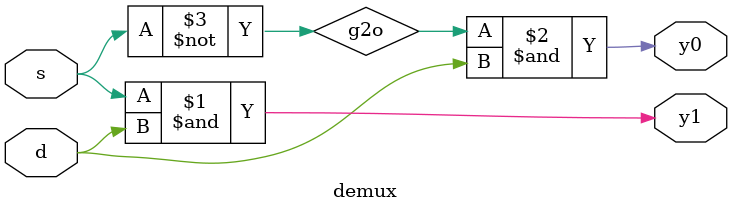
<source format=v>
module demux(s,d,y1,y0);
input s,d;
output y0,y1;
wire g2o;
and g1(y1,s,d);
not g2(g2o,s);
and g3(y0,g2o,d);
endmodule

</source>
